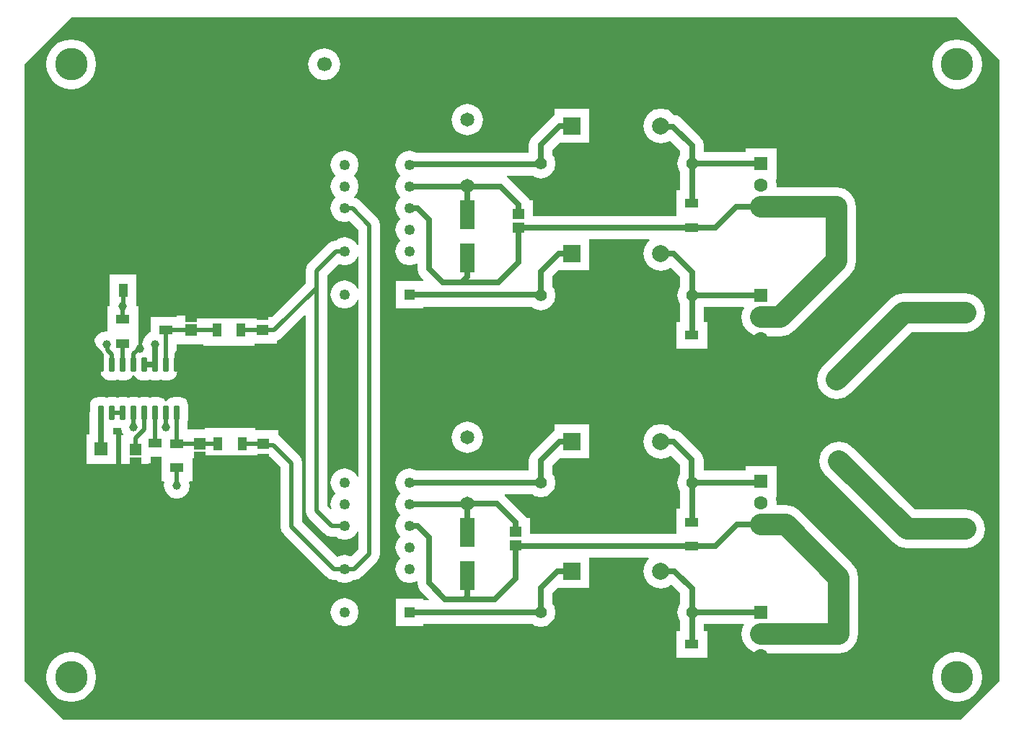
<source format=gbr>
%TF.GenerationSoftware,Altium Limited,Altium Designer,20.0.13 (296)*%
G04 Layer_Physical_Order=1*
G04 Layer_Color=36864*
%FSLAX26Y26*%
%MOIN*%
%TF.FileFunction,Copper,L1,Top,Signal*%
%TF.Part,Single*%
G01*
G75*
%TA.AperFunction,SMDPad,CuDef*%
%ADD10R,0.057087X0.051181*%
%ADD11R,0.070866X0.135827*%
%ADD12R,0.057087X0.045276*%
G04:AMPARAMS|DCode=13|XSize=25.591mil|YSize=64.961mil|CornerRadius=1.919mil|HoleSize=0mil|Usage=FLASHONLY|Rotation=180.000|XOffset=0mil|YOffset=0mil|HoleType=Round|Shape=RoundedRectangle|*
%AMROUNDEDRECTD13*
21,1,0.025591,0.061122,0,0,180.0*
21,1,0.021752,0.064961,0,0,180.0*
1,1,0.003839,-0.010876,0.030561*
1,1,0.003839,0.010876,0.030561*
1,1,0.003839,0.010876,-0.030561*
1,1,0.003839,-0.010876,-0.030561*
%
%ADD13ROUNDEDRECTD13*%
%ADD14R,0.064961X0.043307*%
%ADD15R,0.057087X0.053150*%
%ADD16R,0.043307X0.064961*%
%TA.AperFunction,Conductor*%
%ADD17C,0.098425*%
%ADD18C,0.027559*%
%ADD19C,0.019685*%
%TA.AperFunction,ViaPad*%
%ADD20C,0.150000*%
%TA.AperFunction,ComponentPad*%
%ADD21R,0.059055X0.059055*%
%ADD22R,0.066929X0.066929*%
%ADD23C,0.066929*%
%ADD24C,0.064961*%
%ADD25C,0.078740*%
%ADD26R,0.078740X0.078740*%
%ADD27R,0.059055X0.059055*%
%ADD28R,0.062992X0.062992*%
%ADD29C,0.062992*%
%ADD30C,0.055118*%
%ADD31C,0.049213*%
%ADD32R,0.049213X0.049213*%
%TA.AperFunction,ViaPad*%
%ADD33C,0.039370*%
G36*
X6693897Y4073818D02*
X6693898Y1201772D01*
X6515748Y1023622D01*
X2362205D01*
X2185039Y1200787D01*
Y4055118D01*
X2401575Y4271653D01*
X6496063D01*
X6693897Y4073818D01*
D02*
G37*
%LPC*%
G36*
X3570866Y4129380D02*
X3542448Y4123727D01*
X3518355Y4107629D01*
X3502257Y4083537D01*
X3496605Y4055118D01*
X3502257Y4026700D01*
X3518355Y4002607D01*
X3542448Y3986509D01*
X3570866Y3980857D01*
X3599285Y3986509D01*
X3623377Y4002607D01*
X3639475Y4026700D01*
X3645128Y4055118D01*
X3639475Y4083537D01*
X3623377Y4107629D01*
X3599285Y4123727D01*
X3570866Y4129380D01*
D02*
G37*
G36*
X6496063Y4170475D02*
X6466206Y4166544D01*
X6438385Y4155020D01*
X6414493Y4136688D01*
X6396161Y4112797D01*
X6384637Y4084975D01*
X6380706Y4055118D01*
X6384637Y4025262D01*
X6396161Y3997440D01*
X6414493Y3973548D01*
X6438385Y3955216D01*
X6466206Y3943692D01*
X6496063Y3939761D01*
X6525920Y3943692D01*
X6553742Y3955216D01*
X6577633Y3973548D01*
X6595965Y3997440D01*
X6607489Y4025262D01*
X6611420Y4055118D01*
X6607489Y4084975D01*
X6595965Y4112797D01*
X6577633Y4136688D01*
X6553742Y4155020D01*
X6525920Y4166544D01*
X6496063Y4170475D01*
D02*
G37*
G36*
X2401575D02*
X2371718Y4166544D01*
X2343896Y4155020D01*
X2320005Y4136688D01*
X2301673Y4112797D01*
X2290148Y4084975D01*
X2286218Y4055118D01*
X2290148Y4025262D01*
X2301673Y3997440D01*
X2320005Y3973548D01*
X2343896Y3955216D01*
X2371718Y3943692D01*
X2401575Y3939761D01*
X2431431Y3943692D01*
X2459253Y3955216D01*
X2483144Y3973548D01*
X2501477Y3997440D01*
X2513001Y4025262D01*
X2516932Y4055118D01*
X2513001Y4084975D01*
X2501477Y4112797D01*
X2483144Y4136688D01*
X2459253Y4155020D01*
X2431431Y4166544D01*
X2401575Y4170475D01*
D02*
G37*
G36*
X4232283Y3871801D02*
X4204249Y3866225D01*
X4180482Y3850345D01*
X4164602Y3826578D01*
X4159025Y3798543D01*
X4164602Y3770509D01*
X4180482Y3746742D01*
X4204249Y3730862D01*
X4232283Y3725285D01*
X4260318Y3730862D01*
X4284085Y3746742D01*
X4299965Y3770509D01*
X4305542Y3798543D01*
X4299965Y3826578D01*
X4284085Y3850345D01*
X4260318Y3866225D01*
X4232283Y3871801D01*
D02*
G37*
G36*
X5127165Y3850283D02*
X5096442Y3844172D01*
X5070397Y3826769D01*
X5052994Y3800723D01*
X5046882Y3770000D01*
X5052994Y3739277D01*
X5070397Y3713231D01*
X5096442Y3695828D01*
X5127165Y3689717D01*
X5157888Y3695828D01*
X5169665Y3703697D01*
X5217069Y3656294D01*
Y3634367D01*
X5208214Y3621114D01*
X5203020Y3595000D01*
X5208214Y3568886D01*
X5217069Y3555633D01*
Y3472126D01*
X5198150D01*
Y3352892D01*
X4536417D01*
Y3426457D01*
X4518779D01*
X4518570Y3427510D01*
X4506823Y3445090D01*
X4506822Y3445091D01*
X4423594Y3528319D01*
X4415804Y3533524D01*
X4417255Y3538309D01*
X4535635D01*
X4545145Y3531954D01*
X4571260Y3526760D01*
X4597374Y3531954D01*
X4619513Y3546747D01*
X4634306Y3568886D01*
X4639500Y3595000D01*
X4634306Y3621114D01*
X4625451Y3634367D01*
Y3658813D01*
X4657897Y3691260D01*
X4794095D01*
Y3848740D01*
X4636614D01*
Y3817629D01*
X4619669Y3806307D01*
X4532941Y3719579D01*
X4521194Y3701998D01*
X4517069Y3681260D01*
X4517069Y3681259D01*
Y3646691D01*
X3995586D01*
X3990238Y3650265D01*
X3965276Y3655230D01*
X3940313Y3650265D01*
X3919151Y3636124D01*
X3905011Y3614962D01*
X3900046Y3590000D01*
X3905011Y3565038D01*
X3919151Y3543876D01*
X3921210Y3542500D01*
Y3537500D01*
X3919151Y3536124D01*
X3905011Y3514962D01*
X3900046Y3490000D01*
X3905011Y3465038D01*
X3919151Y3443876D01*
X3921210Y3442500D01*
Y3437500D01*
X3919151Y3436124D01*
X3905011Y3414962D01*
X3900046Y3390000D01*
X3905011Y3365038D01*
X3919151Y3343876D01*
X3921210Y3342500D01*
Y3337500D01*
X3919151Y3336124D01*
X3905011Y3314962D01*
X3900046Y3290000D01*
X3905011Y3265038D01*
X3919151Y3243876D01*
X3921210Y3242500D01*
Y3237500D01*
X3919151Y3236124D01*
X3905011Y3214962D01*
X3900046Y3190000D01*
X3905011Y3165038D01*
X3919151Y3143876D01*
X3940313Y3129735D01*
X3965276Y3124770D01*
X3990238Y3129735D01*
X3996675Y3134037D01*
X4001085Y3131680D01*
Y3110001D01*
X4001085Y3110000D01*
X4005210Y3089262D01*
X4016957Y3071681D01*
X4029952Y3058687D01*
X4027591Y3053977D01*
X4024940Y3053976D01*
X3901299D01*
Y2926024D01*
X4029252D01*
Y2933309D01*
X4528151D01*
X4545145Y2921954D01*
X4571260Y2916760D01*
X4597374Y2921954D01*
X4619513Y2936747D01*
X4634306Y2958886D01*
X4639500Y2985000D01*
X4634306Y3011114D01*
X4625451Y3024367D01*
Y3073813D01*
X4652897Y3101260D01*
X4794095D01*
Y3244510D01*
X5073370D01*
X5074822Y3239725D01*
X5070397Y3236769D01*
X5052994Y3210723D01*
X5046882Y3180000D01*
X5052994Y3149277D01*
X5070397Y3123231D01*
X5096442Y3105828D01*
X5127165Y3099717D01*
X5157888Y3105828D01*
X5172662Y3115700D01*
X5217069Y3071294D01*
Y3024367D01*
X5208214Y3011114D01*
X5203020Y2985000D01*
X5208214Y2958886D01*
X5217069Y2945633D01*
Y2862126D01*
X5198150D01*
Y2740079D01*
X5341850D01*
Y2862126D01*
X5325451D01*
Y2930809D01*
X5509319D01*
X5511676Y2926399D01*
X5507108Y2919563D01*
X5500233Y2885000D01*
X5507108Y2850437D01*
X5526687Y2821135D01*
X5555988Y2801557D01*
X5590551Y2794682D01*
X5680000D01*
X5714563Y2801557D01*
X5743864Y2821135D01*
X6003864Y3081135D01*
X6023443Y3110437D01*
X6030318Y3145000D01*
Y3395000D01*
X6023443Y3429563D01*
X6003864Y3458865D01*
X5974563Y3478443D01*
X5940000Y3485318D01*
X5664821D01*
X5661649Y3489183D01*
X5662806Y3495000D01*
X5658005Y3519134D01*
X5661417Y3524134D01*
X5661417D01*
Y3665866D01*
X5519685D01*
Y3649191D01*
X5325451D01*
Y3678740D01*
X5325451Y3678740D01*
X5321326Y3699478D01*
X5309579Y3717059D01*
X5309578Y3717059D01*
X5220934Y3805703D01*
X5203354Y3817450D01*
X5188138Y3820477D01*
X5183934Y3826769D01*
X5157888Y3844172D01*
X5127165Y3850283D01*
D02*
G37*
G36*
X3665276Y3655230D02*
X3640313Y3650265D01*
X3619151Y3636124D01*
X3605011Y3614962D01*
X3600046Y3590000D01*
X3605011Y3565038D01*
X3619151Y3543876D01*
X3621210Y3542500D01*
Y3537500D01*
X3619151Y3536124D01*
X3605011Y3514962D01*
X3600046Y3490000D01*
X3605011Y3465038D01*
X3619151Y3443876D01*
X3621210Y3442500D01*
Y3437500D01*
X3619151Y3436124D01*
X3605011Y3414962D01*
X3600046Y3390000D01*
X3605011Y3365038D01*
X3619151Y3343876D01*
X3640313Y3329735D01*
X3665276Y3324770D01*
X3689689Y3329626D01*
X3730099Y3289216D01*
Y3215722D01*
X3725099Y3215623D01*
X3711400Y3236124D01*
X3690238Y3250265D01*
X3665276Y3255230D01*
X3640313Y3250265D01*
X3625191Y3240160D01*
X3606074Y3236357D01*
X3589795Y3225480D01*
X3499795Y3135480D01*
X3488918Y3119202D01*
X3485099Y3100000D01*
Y3040784D01*
X3330890Y2886575D01*
X3247401D01*
Y2896850D01*
X3013150D01*
Y2890945D01*
X2887362D01*
Y2886024D01*
X2768425D01*
Y2815866D01*
X2767233Y2815629D01*
X2747699Y2802576D01*
X2734647Y2783042D01*
X2730064Y2760000D01*
X2733496Y2742745D01*
X2730677Y2739310D01*
X2729175Y2738835D01*
X2717126Y2736438D01*
X2712126Y2740454D01*
Y2815079D01*
Y2937126D01*
X2706978D01*
X2702402Y2938150D01*
Y3081850D01*
X2580354D01*
Y2938150D01*
X2575778Y2937126D01*
X2568425D01*
Y2822797D01*
X2565276Y2820212D01*
X2542233Y2815629D01*
X2522699Y2802576D01*
X2509647Y2783042D01*
X2505064Y2760000D01*
X2509647Y2736958D01*
X2519601Y2722060D01*
X2521394Y2713047D01*
X2532271Y2696768D01*
X2537301Y2691738D01*
Y2635659D01*
X2540506Y2619549D01*
X2549632Y2605891D01*
X2563289Y2596766D01*
X2579400Y2593561D01*
X2601152D01*
X2615276Y2596370D01*
X2629400Y2593561D01*
X2651152D01*
X2667262Y2596766D01*
X2680920Y2605891D01*
X2687269Y2615394D01*
X2693282D01*
X2699632Y2605891D01*
X2713289Y2596766D01*
X2729400Y2593561D01*
X2751152D01*
X2765276Y2596370D01*
X2779400Y2593561D01*
X2801152D01*
X2815276Y2596370D01*
X2829400Y2593561D01*
X2851152D01*
X2867262Y2596766D01*
X2880920Y2605891D01*
X2890045Y2619549D01*
X2893250Y2635659D01*
Y2696781D01*
X2890452Y2710846D01*
Y2759055D01*
X3013150D01*
Y2753150D01*
X3247401D01*
Y2762559D01*
X3353189D01*
Y2777045D01*
X3359044Y2778210D01*
X3375323Y2789087D01*
X3480479Y2894243D01*
X3485099Y2892330D01*
X3485099Y1990000D01*
X3488918Y1970798D01*
X3499795Y1954520D01*
X3569795Y1884520D01*
X3586074Y1873643D01*
X3605276Y1869823D01*
X3625216D01*
X3640313Y1859736D01*
X3665276Y1854770D01*
X3690238Y1859736D01*
X3711400Y1873876D01*
X3725099Y1894377D01*
X3730099Y1894278D01*
Y1810784D01*
X3695838Y1776523D01*
X3690238Y1780264D01*
X3665276Y1785230D01*
X3640313Y1780264D01*
X3631716Y1774520D01*
X3470452Y1935784D01*
Y2210000D01*
X3466633Y2229202D01*
X3455756Y2245480D01*
X3372295Y2328941D01*
X3358189Y2338367D01*
Y2362441D01*
X3252401D01*
Y2371850D01*
X3018150D01*
Y2365945D01*
X2940452D01*
Y2399154D01*
X2943250Y2413218D01*
Y2474340D01*
X2940045Y2490451D01*
X2930920Y2504108D01*
X2917262Y2513234D01*
X2901152Y2516439D01*
X2879400D01*
X2863289Y2513234D01*
X2849632Y2504108D01*
X2843282Y2494606D01*
X2837269D01*
X2830920Y2504108D01*
X2817262Y2513234D01*
X2801152Y2516439D01*
X2779400D01*
X2765276Y2513629D01*
X2751152Y2516439D01*
X2729400D01*
X2715276Y2513629D01*
X2701152Y2516439D01*
X2679400D01*
X2665276Y2513629D01*
X2651152Y2516439D01*
X2629400D01*
X2615276Y2513629D01*
X2601152Y2516439D01*
X2579400D01*
X2565276Y2513629D01*
X2551152Y2516439D01*
X2529400D01*
X2513289Y2513234D01*
X2499632Y2504108D01*
X2490506Y2490451D01*
X2487301Y2474340D01*
Y2449896D01*
X2486085Y2443780D01*
Y2343898D01*
X2471378D01*
Y2206102D01*
X2609173D01*
Y2343898D01*
X2594466D01*
Y2371120D01*
X2601152D01*
X2615276Y2373930D01*
X2629400Y2371120D01*
X2630835D01*
X2634647Y2351958D01*
X2640743Y2342835D01*
X2638386Y2338425D01*
X2632362D01*
Y2206535D01*
X2768189D01*
Y2240079D01*
X2818425D01*
Y2126772D01*
X2830453D01*
X2833625Y2122907D01*
X2830064Y2105000D01*
X2834647Y2081958D01*
X2847699Y2062424D01*
X2867233Y2049371D01*
X2890276Y2044788D01*
X2913318Y2049371D01*
X2932852Y2062424D01*
X2945904Y2081958D01*
X2950488Y2105000D01*
X2946926Y2122907D01*
X2950098Y2126772D01*
X2962126D01*
Y2234055D01*
X3018150D01*
Y2228150D01*
X3252401D01*
Y2238425D01*
X3320890D01*
X3370099Y2189216D01*
Y1915000D01*
X3373918Y1895798D01*
X3384795Y1879520D01*
X3579795Y1684520D01*
X3596074Y1673643D01*
X3615276Y1669823D01*
X3625216D01*
X3640313Y1659736D01*
X3665276Y1654770D01*
X3690238Y1659736D01*
X3705335Y1669823D01*
X3710276D01*
X3729477Y1673643D01*
X3745756Y1684520D01*
X3815756Y1754520D01*
X3815756Y1754520D01*
X3826633Y1770798D01*
X3830452Y1790000D01*
Y3310000D01*
X3826633Y3329202D01*
X3815756Y3345480D01*
X3736849Y3424387D01*
X3720571Y3435264D01*
X3710507Y3437266D01*
X3709341Y3440396D01*
Y3442500D01*
X3711400Y3443876D01*
X3725540Y3465038D01*
X3730505Y3490000D01*
X3725540Y3514962D01*
X3711400Y3536124D01*
X3709341Y3537500D01*
Y3542500D01*
X3711400Y3543876D01*
X3725540Y3565038D01*
X3730505Y3590000D01*
X3725540Y3614962D01*
X3711400Y3636124D01*
X3690238Y3650265D01*
X3665276Y3655230D01*
D02*
G37*
G36*
X6535433Y2995318D02*
X6250000D01*
X6215437Y2988443D01*
X6186136Y2968865D01*
X5876136Y2658865D01*
X5856557Y2629563D01*
X5849682Y2595000D01*
X5856557Y2560437D01*
X5876136Y2531135D01*
X5905437Y2511557D01*
X5940000Y2504682D01*
X5974563Y2511557D01*
X6003864Y2531135D01*
X6287411Y2814682D01*
X6535433D01*
X6569996Y2821557D01*
X6599298Y2841135D01*
X6618876Y2870437D01*
X6625751Y2905000D01*
X6618876Y2939563D01*
X6599298Y2968865D01*
X6569996Y2988443D01*
X6535433Y2995318D01*
D02*
G37*
G36*
X4232283Y2401801D02*
X4204249Y2396225D01*
X4180482Y2380345D01*
X4164602Y2356578D01*
X4159025Y2328543D01*
X4164602Y2300509D01*
X4180482Y2276742D01*
X4204249Y2260862D01*
X4232283Y2255285D01*
X4260318Y2260862D01*
X4284085Y2276742D01*
X4299965Y2300509D01*
X4305542Y2328543D01*
X4299965Y2356578D01*
X4284085Y2380345D01*
X4260318Y2396225D01*
X4232283Y2401801D01*
D02*
G37*
G36*
X5127165Y2390283D02*
X5096442Y2384172D01*
X5070397Y2366769D01*
X5052994Y2340723D01*
X5046882Y2310000D01*
X5052994Y2279277D01*
X5070397Y2253231D01*
X5096442Y2235828D01*
X5127165Y2229717D01*
X5157888Y2235828D01*
X5172662Y2245700D01*
X5215809Y2202553D01*
Y2157481D01*
X5208214Y2146114D01*
X5203020Y2120000D01*
X5208214Y2093886D01*
X5217069Y2080633D01*
Y1998228D01*
X5198150D01*
Y1880943D01*
X4523189D01*
Y1956457D01*
X4504834D01*
X4493512Y1973402D01*
X4493511Y1973402D01*
X4407138Y2059776D01*
X4405269Y2061024D01*
X4406720Y2065809D01*
X4531893D01*
X4545145Y2056954D01*
X4571260Y2051760D01*
X4597374Y2056954D01*
X4619513Y2071747D01*
X4634306Y2093886D01*
X4639500Y2120000D01*
X4634306Y2146114D01*
X4625451Y2159367D01*
Y2198813D01*
X4657897Y2231260D01*
X4794095D01*
Y2388740D01*
X4636614D01*
Y2357629D01*
X4619669Y2346307D01*
X4532941Y2259579D01*
X4521194Y2241998D01*
X4517069Y2221260D01*
X4517069Y2221259D01*
Y2174191D01*
X3999328D01*
X3990238Y2180265D01*
X3965276Y2185230D01*
X3940313Y2180265D01*
X3919151Y2166124D01*
X3905011Y2144962D01*
X3900046Y2120000D01*
X3905011Y2095038D01*
X3919151Y2073876D01*
X3921210Y2072500D01*
Y2067500D01*
X3919151Y2066124D01*
X3905011Y2044962D01*
X3900046Y2020000D01*
X3905011Y1995038D01*
X3919151Y1973876D01*
X3921210Y1972500D01*
Y1967500D01*
X3919151Y1966124D01*
X3905011Y1944962D01*
X3900046Y1920000D01*
X3905011Y1895038D01*
X3919151Y1873876D01*
X3921210Y1872500D01*
Y1867500D01*
X3919151Y1866124D01*
X3905011Y1844962D01*
X3900046Y1820000D01*
X3905011Y1795038D01*
X3919151Y1773876D01*
X3921210Y1772500D01*
Y1767500D01*
X3919151Y1766124D01*
X3905011Y1744962D01*
X3900046Y1720000D01*
X3905011Y1695038D01*
X3919151Y1673876D01*
X3940313Y1659736D01*
X3965276Y1654770D01*
X3990238Y1659736D01*
X3996675Y1664037D01*
X4001085Y1661680D01*
Y1655001D01*
X4001085Y1655000D01*
X4005210Y1634262D01*
X4016957Y1616681D01*
X4054828Y1578810D01*
X4052914Y1574191D01*
X4029252D01*
Y1583976D01*
X3901299D01*
Y1456024D01*
X4029252D01*
Y1465809D01*
X4531893D01*
X4545145Y1456954D01*
X4571260Y1451760D01*
X4597374Y1456954D01*
X4619513Y1471747D01*
X4634306Y1493886D01*
X4639500Y1520000D01*
X4634306Y1546114D01*
X4625451Y1559367D01*
Y1608813D01*
X4647897Y1631260D01*
X4794095D01*
Y1772561D01*
X5070454D01*
X5071905Y1767776D01*
X5070397Y1766768D01*
X5052994Y1740723D01*
X5046882Y1710000D01*
X5052994Y1679277D01*
X5070397Y1653232D01*
X5096442Y1635828D01*
X5127165Y1629717D01*
X5157888Y1635828D01*
X5175660Y1647703D01*
X5217069Y1606294D01*
Y1559367D01*
X5208214Y1546114D01*
X5203020Y1520000D01*
X5208214Y1493886D01*
X5217069Y1480633D01*
Y1432126D01*
X5198150D01*
Y1310079D01*
X5341850D01*
Y1432126D01*
X5325451D01*
Y1465809D01*
X5509319D01*
X5511676Y1461399D01*
X5507108Y1454563D01*
X5500233Y1420000D01*
X5507108Y1385437D01*
X5526687Y1356136D01*
X5555988Y1336557D01*
X5590551Y1329682D01*
X5950000D01*
X5984563Y1336557D01*
X6013864Y1356136D01*
X6033443Y1385437D01*
X6040318Y1420000D01*
Y1680000D01*
X6033443Y1714563D01*
X6013864Y1743865D01*
X5768864Y1988864D01*
X5739563Y2008443D01*
X5705000Y2015318D01*
X5664821D01*
X5661649Y2019183D01*
X5662806Y2025000D01*
X5658005Y2049134D01*
X5661417Y2054134D01*
X5661417D01*
Y2195866D01*
X5519685D01*
Y2174191D01*
X5324191D01*
Y2224999D01*
X5324191Y2225000D01*
X5320066Y2245738D01*
X5308319Y2263319D01*
X5308319Y2263319D01*
X5223319Y2348319D01*
X5205738Y2360066D01*
X5185757Y2364041D01*
X5183934Y2366769D01*
X5157888Y2384172D01*
X5127165Y2390283D01*
D02*
G37*
G36*
X5950000Y2310318D02*
X5915437Y2303443D01*
X5886136Y2283865D01*
X5866557Y2254563D01*
X5859682Y2220000D01*
X5866557Y2185437D01*
X5886136Y2156135D01*
X6201136Y1841135D01*
X6230437Y1821557D01*
X6265000Y1814682D01*
X6535433D01*
X6569996Y1821557D01*
X6599298Y1841136D01*
X6618876Y1870437D01*
X6625751Y1905000D01*
X6618876Y1939563D01*
X6599298Y1968864D01*
X6569996Y1988443D01*
X6535433Y1995318D01*
X6302411D01*
X6013864Y2283865D01*
X5984563Y2303443D01*
X5950000Y2310318D01*
D02*
G37*
G36*
X3665276Y1585230D02*
X3640313Y1580264D01*
X3619151Y1566124D01*
X3605011Y1544962D01*
X3600046Y1520000D01*
X3605011Y1495038D01*
X3619151Y1473876D01*
X3640313Y1459736D01*
X3665276Y1454770D01*
X3690238Y1459736D01*
X3711400Y1473876D01*
X3725540Y1495038D01*
X3730505Y1520000D01*
X3725540Y1544962D01*
X3711400Y1566124D01*
X3690238Y1580264D01*
X3665276Y1585230D01*
D02*
G37*
G36*
X6496063Y1335829D02*
X6466206Y1331899D01*
X6438385Y1320374D01*
X6414493Y1302042D01*
X6396161Y1278151D01*
X6384637Y1250329D01*
X6380706Y1220472D01*
X6384637Y1190616D01*
X6396161Y1162794D01*
X6414493Y1138903D01*
X6438385Y1120570D01*
X6466206Y1109046D01*
X6496063Y1105115D01*
X6525920Y1109046D01*
X6553742Y1120570D01*
X6577633Y1138903D01*
X6595965Y1162794D01*
X6607489Y1190616D01*
X6611420Y1220472D01*
X6607489Y1250329D01*
X6595965Y1278151D01*
X6577633Y1302042D01*
X6553742Y1320374D01*
X6525920Y1331899D01*
X6496063Y1335829D01*
D02*
G37*
G36*
X2401575D02*
X2371718Y1331899D01*
X2343896Y1320374D01*
X2320005Y1302042D01*
X2301673Y1278151D01*
X2290148Y1250329D01*
X2286218Y1220472D01*
X2290148Y1190616D01*
X2301673Y1162794D01*
X2320005Y1138903D01*
X2343896Y1120570D01*
X2371718Y1109046D01*
X2401575Y1105115D01*
X2431431Y1109046D01*
X2459253Y1120570D01*
X2483144Y1138903D01*
X2501477Y1162794D01*
X2513001Y1190616D01*
X2516932Y1220472D01*
X2513001Y1250329D01*
X2501477Y1278151D01*
X2483144Y1302042D01*
X2459253Y1320374D01*
X2431431Y1331899D01*
X2401575Y1335829D01*
D02*
G37*
%LPD*%
G36*
X3730099Y3164278D02*
Y3015722D01*
X3725099Y3015623D01*
X3711400Y3036124D01*
X3690238Y3050265D01*
X3665276Y3055230D01*
X3640313Y3050265D01*
X3619151Y3036124D01*
X3605011Y3014962D01*
X3600046Y2990000D01*
X3605011Y2965038D01*
X3619151Y2943876D01*
X3640313Y2929735D01*
X3665276Y2924770D01*
X3690238Y2929735D01*
X3711400Y2943876D01*
X3725099Y2964377D01*
X3730099Y2964278D01*
Y2145722D01*
X3725099Y2145623D01*
X3711400Y2166124D01*
X3690238Y2180265D01*
X3665276Y2185230D01*
X3640313Y2180265D01*
X3619151Y2166124D01*
X3605011Y2144962D01*
X3600046Y2120000D01*
X3605011Y2095038D01*
X3619151Y2073876D01*
X3621210Y2072500D01*
Y2067500D01*
X3619151Y2066124D01*
X3605011Y2044962D01*
X3600046Y2020000D01*
X3604202Y1999105D01*
X3599594Y1996642D01*
X3585452Y2010784D01*
X3585452Y3020000D01*
Y3079216D01*
X3637711Y3131474D01*
X3640313Y3129735D01*
X3665276Y3124770D01*
X3690238Y3129735D01*
X3711400Y3143876D01*
X3725099Y3164377D01*
X3730099Y3164278D01*
D02*
G37*
D10*
X4468504Y3361496D02*
D03*
Y3298504D02*
D03*
X4455276Y1828504D02*
D03*
Y1891496D02*
D03*
D11*
X4232283Y3360394D02*
D03*
Y3159606D02*
D03*
Y1689606D02*
D03*
Y1890394D02*
D03*
D12*
X3285276Y2895433D02*
D03*
Y2824567D02*
D03*
X3290276Y2229567D02*
D03*
Y2300433D02*
D03*
D13*
X2890276Y2666220D02*
D03*
X2840276D02*
D03*
X2790276D02*
D03*
X2740276D02*
D03*
X2690276D02*
D03*
X2640276D02*
D03*
X2590276D02*
D03*
X2540276D02*
D03*
X2890276Y2443780D02*
D03*
X2840276D02*
D03*
X2790276D02*
D03*
X2740276D02*
D03*
X2690276D02*
D03*
X2640276D02*
D03*
X2590276D02*
D03*
X2540276D02*
D03*
D14*
X2840276Y2937205D02*
D03*
Y2825000D02*
D03*
X5270000Y1371102D02*
D03*
Y1258898D02*
D03*
Y1937205D02*
D03*
Y1825000D02*
D03*
Y2801102D02*
D03*
Y2688898D02*
D03*
Y3411102D02*
D03*
Y3298898D02*
D03*
X2640276Y2876102D02*
D03*
Y2763898D02*
D03*
X2890276Y2187795D02*
D03*
Y2300000D02*
D03*
X2790276Y2188898D02*
D03*
Y2301102D02*
D03*
D15*
X2995276Y2235039D02*
D03*
Y2300000D02*
D03*
X2955276Y2889961D02*
D03*
Y2825000D02*
D03*
X2700276Y2272480D02*
D03*
Y2207520D02*
D03*
D16*
X3186378Y2825000D02*
D03*
X3074173D02*
D03*
X3191378Y2300000D02*
D03*
X3079173D02*
D03*
X2641378Y3010000D02*
D03*
X2529173D02*
D03*
D17*
X6315000Y1905000D02*
X6535433D01*
X6315000Y2905000D02*
X6535433D01*
X6265000Y1905000D02*
X6315000D01*
X6250000Y2905000D02*
X6315000D01*
X5950000Y1420000D02*
Y1680000D01*
X5705000Y1925000D02*
X5950000Y1680000D01*
X5590551Y1925000D02*
X5705000D01*
X5950000Y2220000D02*
X6265000Y1905000D01*
X5590551Y1420000D02*
X5950000D01*
X5940000Y2595000D02*
X6250000Y2905000D01*
X5590551Y2885000D02*
X5680000D01*
X5940000Y3145000D02*
Y3395000D01*
X5680000Y2885000D02*
X5940000Y3145000D01*
X5590551Y3395000D02*
X5940000D01*
D18*
X2700276Y2055000D02*
X2700787Y2054488D01*
Y1964567D02*
Y2054488D01*
X2610236Y1874016D02*
X2700787Y1964567D01*
X2539370Y1874016D02*
X2610236D01*
X2539291Y2667205D02*
Y2710599D01*
X2495276Y2756804D02*
Y2760000D01*
X2532318Y2717572D02*
X2539291Y2710599D01*
Y2667205D02*
X2540276Y2666220D01*
X2495276Y2756804D02*
X2532318Y2719761D01*
Y2717572D02*
Y2719761D01*
X2495162Y2760113D02*
X2495276Y2760000D01*
X5595000Y2780000D02*
X5600000Y2785000D01*
X5475000Y2780000D02*
X5595000D01*
X4455276Y1828504D02*
X4457028Y1826752D01*
X5268248D01*
X3965276Y1520000D02*
X4571260D01*
X3965276Y2120000D02*
X4571260D01*
X3965276Y2990000D02*
X3967776Y2987500D01*
X4568760D01*
X4571260Y2985000D01*
X4468504Y3298504D02*
X4468701Y3298701D01*
X5269803D01*
X3967776Y3592500D02*
X4568760D01*
X3965276Y3590000D02*
X3967776Y3592500D01*
X4568760D02*
X4571260Y3595000D01*
X5270000Y2620000D02*
Y2688898D01*
Y1185000D02*
Y1258898D01*
X3285276Y2895433D02*
Y2960000D01*
X2425276Y2800000D02*
Y2940000D01*
Y2800000D02*
X2465162Y2760113D01*
X2495162D01*
X2425276Y2940000D02*
X2495276Y3010000D01*
X2529173D01*
X2958012Y2892697D02*
X2960276Y2894961D01*
X2955276Y2889961D02*
X2958012Y2892697D01*
X2840276Y2937205D02*
X2948744D01*
X2960276Y2925673D01*
Y2894961D02*
Y2925673D01*
X2958012Y2892697D02*
X3282539D01*
X3285276Y2895433D01*
X2700276Y2055000D02*
Y2131531D01*
X2711807Y2120000D01*
X2790276Y2131531D02*
Y2188898D01*
X2778744Y2120000D02*
X2790276Y2131531D01*
X2711807Y2120000D02*
X2778744D01*
X2700276Y2131531D02*
Y2207520D01*
X3290276Y2155000D02*
Y2223780D01*
X3287539Y2232303D02*
X3290276Y2229567D01*
X2998012Y2232303D02*
X3287539D01*
X2995276Y2235039D02*
X2998012Y2232303D01*
X2540276Y2275000D02*
Y2443780D01*
X5585551Y1315000D02*
X5590551Y1320000D01*
X5445000Y1315000D02*
X5585551D01*
X5270000Y1258898D02*
X5388898D01*
X5445000Y1315000D01*
X5271260Y1520000D02*
X5590551D01*
X5271260Y1372362D02*
Y1520000D01*
X5270000Y1371102D02*
X5271260Y1372362D01*
X5127165Y1710000D02*
X5190000D01*
X5271260Y1520000D02*
Y1628740D01*
X5190000Y1710000D02*
X5271260Y1628740D01*
X4571260Y1631260D02*
X4650000Y1710000D01*
X4571260Y1520000D02*
Y1631260D01*
X4650000Y1710000D02*
X4715354D01*
X5270000Y2688898D02*
X5383898D01*
X5475000Y2780000D01*
X4571260Y3096260D02*
X4655000Y3180000D01*
X4571260Y2985000D02*
Y3096260D01*
X4655000Y3180000D02*
X4715354D01*
X5127165D02*
X5185000D01*
X5271260Y2985000D02*
Y3093740D01*
X5185000Y3180000D02*
X5271260Y3093740D01*
X5270000Y2801102D02*
X5271260Y2802362D01*
Y2985000D01*
X5590551D01*
X5270000Y3298898D02*
X5378898D01*
X5475000Y3395000D02*
X5585000D01*
X5378898Y3298898D02*
X5475000Y3395000D01*
X5271260Y3595000D02*
Y3678740D01*
X5127165Y3770000D02*
X5129781Y3767385D01*
X5182615D01*
X5271260Y3678740D01*
X4571260Y3595000D02*
Y3681260D01*
X4713342Y3767988D02*
X4715354Y3770000D01*
X4657988Y3767988D02*
X4713342D01*
X4571260Y3681260D02*
X4657988Y3767988D01*
X5271260Y3595000D02*
X5590551D01*
X5269803Y3298701D02*
X5270000Y3298898D01*
X5271260Y2120000D02*
X5585551D01*
X5590551Y2125000D01*
X5271260Y1938465D02*
Y2120000D01*
X5270000Y1937205D02*
X5271260Y1938465D01*
X5380000Y1825000D02*
X5480000Y1925000D01*
X5270000Y1825000D02*
X5380000D01*
X5480000Y1925000D02*
X5590551D01*
X5268248Y1826752D02*
X5270000Y1825000D01*
X5127165Y2310000D02*
X5185000D01*
X5270000Y2121260D02*
Y2225000D01*
X5185000Y2310000D02*
X5270000Y2225000D01*
X4571260Y2120000D02*
Y2221260D01*
X4713342Y2307988D02*
X4715354Y2310000D01*
X4657988Y2307988D02*
X4713342D01*
X4571260Y2221260D02*
X4657988Y2307988D01*
X5270000Y2121260D02*
X5271260Y2120000D01*
X4055276Y1655000D02*
Y1865000D01*
X4130276Y1580000D02*
X4220276D01*
X4055276Y1655000D02*
X4130276Y1580000D01*
X4220276D02*
X4360276D01*
X4455276Y1675000D02*
Y1828504D01*
X4360276Y1580000D02*
X4455276Y1675000D01*
X4001369Y1918907D02*
X4055276Y1865000D01*
X3965276Y1920000D02*
X3966369Y1918907D01*
X4001369D01*
X4232283Y1592008D02*
Y1689606D01*
X4220276Y1580000D02*
X4232283Y1592008D01*
Y2021457D02*
X4368819D01*
X4455193Y1891579D02*
X4455276Y1891496D01*
X4368819Y2021457D02*
X4455193Y1935083D01*
Y1891579D02*
Y1935083D01*
X4232283Y1890394D02*
Y2021457D01*
X3965276Y2020000D02*
X3966004Y2020728D01*
X4231555D01*
X4232283Y2021457D01*
X4233740Y3490000D02*
X4385276D01*
X4468504Y3361496D02*
Y3406772D01*
X4385276Y3490000D02*
X4468504Y3406772D01*
X4232283Y3360394D02*
Y3491457D01*
X4231555Y3490728D02*
X4232283Y3491457D01*
X3966004Y3490728D02*
X4231555D01*
X3965276Y3490000D02*
X3966004Y3490728D01*
X4232283Y3491457D02*
X4233740Y3490000D01*
X4205276Y3045000D02*
X4375276D01*
X4468504Y3138228D02*
Y3298504D01*
X4375276Y3045000D02*
X4468504Y3138228D01*
X4120276Y3045000D02*
X4205276D01*
X4232283Y3072008D02*
Y3159606D01*
X4205276Y3045000D02*
X4232283Y3072008D01*
X5270000Y3411102D02*
X5271260Y3412362D01*
Y3595000D01*
X4055276Y3110000D02*
X4120276Y3045000D01*
X4055276Y3110000D02*
Y3335000D01*
X4001369Y3388907D02*
X4055276Y3335000D01*
X3965276Y3390000D02*
X3966369Y3388907D01*
X4001369D01*
X2790276Y2666220D02*
Y2760000D01*
X2740276Y2666220D02*
X2790276D01*
D19*
X2588758Y2667738D02*
Y2711242D01*
X2567751Y2732249D02*
X2588758Y2711242D01*
Y2667738D02*
X2590276Y2666220D01*
X2567751Y2732249D02*
Y2757524D01*
X2565276Y2760000D02*
X2567751Y2757524D01*
X3625276Y3190000D02*
X3665276D01*
X2890276Y2105000D02*
Y2187795D01*
X3535276Y3100000D02*
X3625276Y3190000D01*
X3535276Y3020000D02*
Y3100000D01*
X2640276Y2878307D02*
Y2935000D01*
X2639429Y3011949D02*
X2641378Y3010000D01*
X2639173Y2877205D02*
X2640276Y2878307D01*
X2639173Y2877205D02*
X2640276Y2876102D01*
Y2935000D02*
X2640827Y2935551D01*
X3535276Y1990000D02*
X3535276Y3020000D01*
X3339843Y2824567D02*
X3535276Y3020000D01*
X3336815Y2293461D02*
X3420276Y2210000D01*
X3665276Y1720000D02*
X3710276D01*
X3615276D02*
X3665276D01*
X3710276D02*
X3780276Y1790000D01*
Y3310000D01*
X3420276Y1915000D02*
Y2210000D01*
Y1915000D02*
X3615276Y1720000D01*
X3605276Y1920000D02*
X3665276D01*
X3535276Y1990000D02*
X3605276Y1920000D01*
X3290276Y2300433D02*
X3297248Y2293461D01*
X3336815D01*
X3191811Y2300433D02*
X3290276D01*
X3285276Y2824567D02*
X3339843D01*
X3186811D02*
X3285276D01*
X3701369Y3388907D02*
X3780276Y3310000D01*
X3665276Y3390000D02*
X3666369Y3388907D01*
X3701369D01*
X3191378Y2300000D02*
X3191811Y2300433D01*
X2640827Y3009449D02*
X2641378Y3010000D01*
X2640827Y2935551D02*
Y3009449D01*
X2955276Y2825000D02*
X3074173D01*
X2840276D02*
X2955276D01*
X2840276Y2666220D02*
Y2825000D01*
X2995276Y2300000D02*
X3079173D01*
X2890276D02*
X2995276D01*
X2890276D02*
Y2443780D01*
X2590276D02*
X2640276D01*
X2700276Y2272480D02*
Y2325000D01*
X2740276Y2365000D02*
Y2443780D01*
X2700276Y2325000D02*
X2740276Y2365000D01*
X2690276Y2375000D02*
Y2443780D01*
X2790276Y2301102D02*
Y2443780D01*
X3186378Y2825000D02*
X3186811Y2824567D01*
X2715276Y2740000D02*
X2720276D01*
X2690276Y2715000D02*
X2715276Y2740000D01*
X2690276Y2666220D02*
Y2715000D01*
X2890276D02*
X2915276Y2740000D01*
X2890276Y2666220D02*
Y2715000D01*
X2840276Y2375000D02*
Y2443780D01*
X2640276Y2666220D02*
Y2763898D01*
D20*
X6496063Y4055118D02*
D03*
Y1220472D02*
D03*
X2401575Y4055118D02*
D03*
Y1220472D02*
D03*
D21*
X2539370Y1874016D02*
D03*
D22*
X3374016Y4055118D02*
D03*
D23*
X3570866D02*
D03*
D24*
X6535433Y1905000D02*
D03*
Y2905000D02*
D03*
X6315000D02*
D03*
Y1905000D02*
D03*
X4232283Y3491457D02*
D03*
Y3798543D02*
D03*
X5940000Y2595000D02*
D03*
Y3395000D02*
D03*
X5950000Y2220000D02*
D03*
Y1420000D02*
D03*
X4232283Y2328543D02*
D03*
Y2021457D02*
D03*
D25*
X5127165Y3180000D02*
D03*
Y2310000D02*
D03*
Y1710000D02*
D03*
Y3770000D02*
D03*
D26*
X4715354Y3180000D02*
D03*
Y2310000D02*
D03*
Y1710000D02*
D03*
Y3770000D02*
D03*
D27*
X2540276Y2275000D02*
D03*
D28*
X5590551Y3595000D02*
D03*
Y2125000D02*
D03*
Y2985000D02*
D03*
Y1520000D02*
D03*
D29*
Y3495000D02*
D03*
Y3395000D02*
D03*
Y1925000D02*
D03*
Y2025000D02*
D03*
Y2785000D02*
D03*
Y2885000D02*
D03*
Y1320000D02*
D03*
Y1420000D02*
D03*
D30*
X5271260Y2985000D02*
D03*
X4571260D02*
D03*
X5271260Y2120000D02*
D03*
X4571260D02*
D03*
X5271260Y1520000D02*
D03*
X4571260D02*
D03*
Y3595000D02*
D03*
X5271260D02*
D03*
D31*
X3665276Y2990000D02*
D03*
Y3090000D02*
D03*
Y3190000D02*
D03*
Y3290000D02*
D03*
Y3390000D02*
D03*
Y3490000D02*
D03*
Y3590000D02*
D03*
X3965276D02*
D03*
Y3490000D02*
D03*
Y3390000D02*
D03*
Y3290000D02*
D03*
Y3190000D02*
D03*
Y3090000D02*
D03*
Y1620000D02*
D03*
Y1720000D02*
D03*
Y1820000D02*
D03*
Y1920000D02*
D03*
Y2020000D02*
D03*
Y2120000D02*
D03*
X3665276D02*
D03*
Y2020000D02*
D03*
Y1920000D02*
D03*
Y1820000D02*
D03*
Y1720000D02*
D03*
Y1620000D02*
D03*
Y1520000D02*
D03*
D32*
X3965276Y2990000D02*
D03*
Y1520000D02*
D03*
D33*
X6003937Y3740158D02*
D03*
X5905512Y3543307D02*
D03*
X6003937Y2952756D02*
D03*
X5905512Y2755906D02*
D03*
Y2362205D02*
D03*
Y1968504D02*
D03*
Y1181102D02*
D03*
X5807087Y3740158D02*
D03*
X5708662Y3543307D02*
D03*
Y2755906D02*
D03*
X5807087Y2559055D02*
D03*
X5708662Y2362205D02*
D03*
X5807087Y2165354D02*
D03*
X5708662Y1181102D02*
D03*
X5610236Y3740158D02*
D03*
Y2559055D02*
D03*
X5511811Y1181102D02*
D03*
X5314961Y2362205D02*
D03*
X5413386Y1377953D02*
D03*
X5118110Y2755906D02*
D03*
X5216536Y2559055D02*
D03*
X5118110Y1968504D02*
D03*
Y1181102D02*
D03*
X4921260Y2755906D02*
D03*
X5019685Y2559055D02*
D03*
X4921260Y1968504D02*
D03*
X5019685Y1377953D02*
D03*
X4921260Y1181102D02*
D03*
X4724410Y2755906D02*
D03*
X4822835Y2559055D02*
D03*
X4724410Y1968504D02*
D03*
X4822835Y1377953D02*
D03*
X4724410Y1181102D02*
D03*
X4527559Y2755906D02*
D03*
X4625984Y2559055D02*
D03*
X4527559Y2362205D02*
D03*
X4625984Y1377953D02*
D03*
X4527559Y1181102D02*
D03*
X4429134Y2559055D02*
D03*
X4330709Y2362205D02*
D03*
X4429134Y1377953D02*
D03*
X4330709Y1181102D02*
D03*
X4133858Y2755906D02*
D03*
X4232284Y1377953D02*
D03*
X4133858Y1181102D02*
D03*
X5270000Y1185000D02*
D03*
Y2620000D02*
D03*
X3285276Y2960000D02*
D03*
X2700276Y2055000D02*
D03*
X2890276Y2105000D02*
D03*
X3290276Y2155000D02*
D03*
X2640276Y2935000D02*
D03*
X2690276Y2375000D02*
D03*
X2720276Y2740000D02*
D03*
X2915276D02*
D03*
X2840276Y2375000D02*
D03*
X2565276Y2760000D02*
D03*
X2790276D02*
D03*
X2495276D02*
D03*
%TF.MD5,844eda9224a9159b0bc7f06ca8e366ab*%
M02*

</source>
